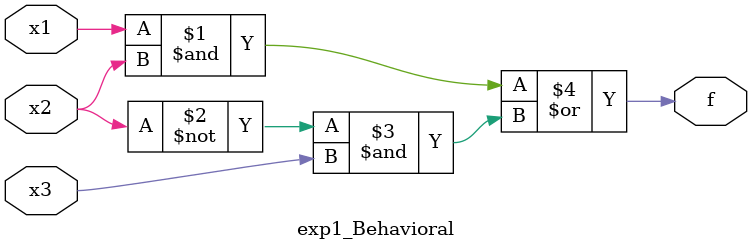
<source format=v>
module	exp1_Behavioral(x1,x2,x3,f);

input	x1,x2,x3;
output	f;

assign	f=(x1	&	x2)	|	(~x2	&	x3);

endmodule
</source>
